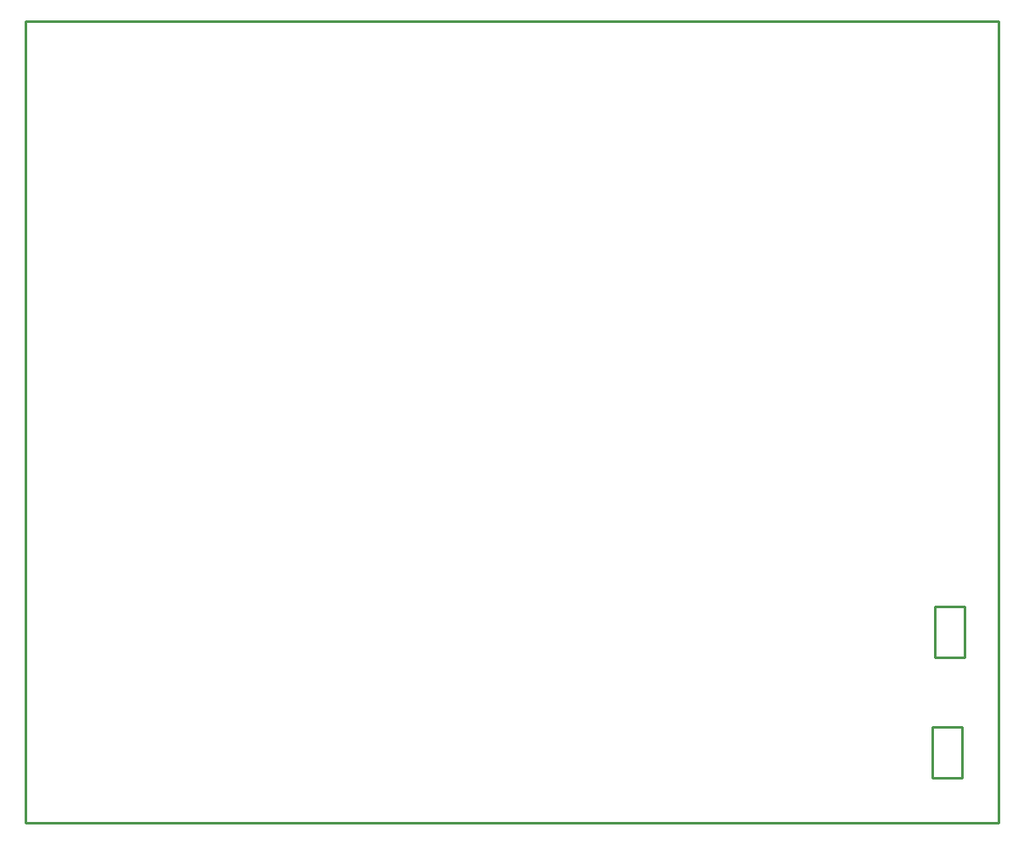
<source format=gbr>
G04 EAGLE Gerber RS-274X export*
G75*
%MOMM*%
%FSLAX34Y34*%
%LPD*%
%IN*%
%IPPOS*%
%AMOC8*
5,1,8,0,0,1.08239X$1,22.5*%
G01*
%ADD10C,0.254000*%


D10*
X0Y0D02*
X970000Y0D01*
X970000Y800000D01*
X0Y800000D01*
X0Y0D01*
X906595Y164800D02*
X935805Y164800D01*
X935805Y215600D01*
X906595Y215600D01*
X906595Y164800D01*
X904195Y45100D02*
X933405Y45100D01*
X933405Y95900D01*
X904195Y95900D01*
X904195Y45100D01*
M02*

</source>
